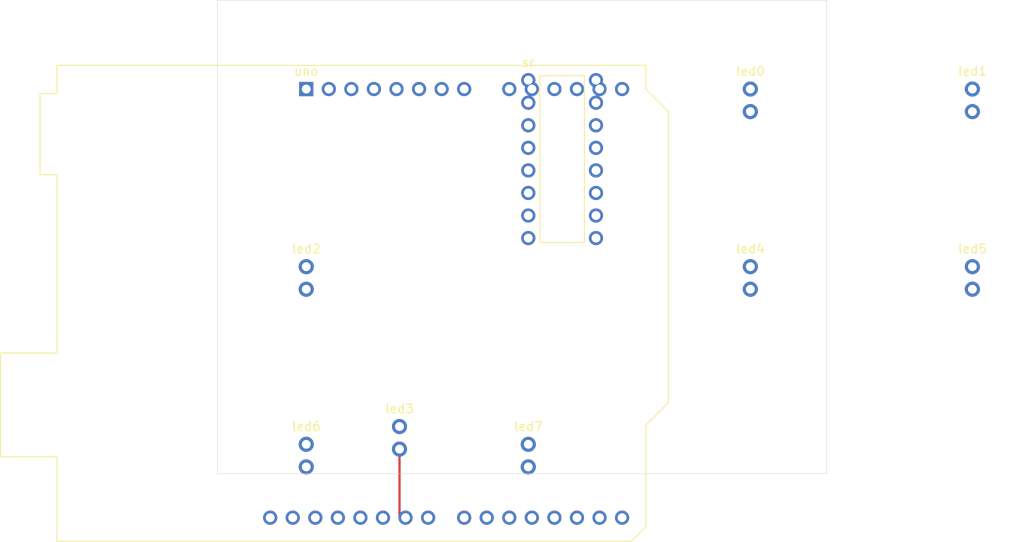
<source format=kicad_pcb>
(kicad_pcb (version 20240108) (generator sparkbench) (generator_version "1.0")
  (layers (0 F.Cu signal) (31 B.Cu signal) (36 B.SilkS user) (37 F.SilkS user) (38 B.Mask user) (39 F.Mask user) (44 Edge.Cuts user))
  (title_block (title "Sparkbench PCB Editor Alpha"))
  (net 0 "")
  (net 1 Net-1)
  (net 2 Net-2)
  (net 3 Net-3)
  (net 4 Net-4)
  (net 5 Net-5)
  (net 6 Net-6)
  (net 7 Net-7)
  (net 8 Net-8)
  (net 9 Net-9)
  (net 10 Net-10)
  (net 11 Net-11)
  (net 12 Net-12)
  (net 13 Net-13)
  (net 14 Net-14)
  (net 15 Net-15)
  (net 16 Net-16)
  (net 17 Net-17)
  (gr_line (start 0 0) (end 68.6 0) (layer Edge.Cuts) (stroke (width 0.05)))
  (gr_line (start 68.6 0) (end 68.6 53.3) (layer Edge.Cuts) (stroke (width 0.05)))
  (gr_line (start 68.6 53.3) (end 0 53.3) (layer Edge.Cuts) (stroke (width 0.05)))
  (gr_line (start 0 53.3) (end 0 0) (layer Edge.Cuts) (stroke (width 0.05)))
  (footprint Arduino-Uno-Shield (layer F.Cu) (at 10 10)
    (fp_text reference uno (at 0 -2) (layer F.SilkS))
    (fp_text value Arduino-Uno-Shield)
    (fp_line (start -34.42 29.72) (end -34.42 41.4) (layer F.SilkS) (stroke (width 0.12)))
    (fp_line (start -34.42 41.4) (end -28.07 41.4) (layer F.SilkS) (stroke (width 0.12)))
    (fp_line (start -29.97 0.51) (end -29.97 9.65) (layer F.SilkS) (stroke (width 0.12)))
    (fp_line (start -29.97 9.65) (end -28.07 9.65) (layer F.SilkS) (stroke (width 0.12)))
    (fp_line (start -28.07 -2.67) (end -28.07 0.51) (layer F.SilkS) (stroke (width 0.12)))
    (fp_line (start -28.07 0.51) (end -29.97 0.51) (layer F.SilkS) (stroke (width 0.12)))
    (fp_line (start -28.07 9.65) (end -28.07 29.72) (layer F.SilkS) (stroke (width 0.12)))
    (fp_line (start -28.07 29.72) (end -34.42 29.72) (layer F.SilkS) (stroke (width 0.12)))
    (fp_line (start -28.07 41.4) (end -28.07 50.93) (layer F.SilkS) (stroke (width 0.12)))
    (fp_line (start -28.07 50.93) (end 36.58 50.93) (layer F.SilkS) (stroke (width 0.12)))
    (fp_line (start 36.58 50.93) (end 38.23 49.28) (layer F.SilkS) (stroke (width 0.12)))
    (fp_line (start 38.23 -2.67) (end -28.07 -2.67) (layer F.SilkS) (stroke (width 0.12)))
    (fp_line (start 38.23 0) (end 38.23 -2.67) (layer F.SilkS) (stroke (width 0.12)))
    (fp_line (start 38.23 37.85) (end 40.77 35.31) (layer F.SilkS) (stroke (width 0.12)))
    (fp_line (start 38.23 49.28) (end 38.23 37.85) (layer F.SilkS) (stroke (width 0.12)))
    (fp_line (start 40.77 2.54) (end 38.23 0) (layer F.SilkS) (stroke (width 0.12)))
    (fp_line (start 40.77 35.31) (end 40.77 2.54) (layer F.SilkS) (stroke (width 0.12)))
    (pad uno:0 thru_hole rect (at 0 0) (size 1.6 1.6) (layers F.Cu B.Cu) (drill 1))
    (pad uno:1 thru_hole circle (at 2.54 0) (size 1.6 1.6) (layers F.Cu B.Cu) (drill 1))
    (pad uno:2 thru_hole circle (at 5.08 0) (size 1.6 1.6) (layers F.Cu B.Cu) (drill 1) (net 3 Net-3))
    (pad uno:3 thru_hole circle (at 7.62 0) (size 1.6 1.6) (layers F.Cu B.Cu) (drill 1) (net 2 Net-2))
    (pad uno:4 thru_hole circle (at 10.16 0) (size 1.6 1.6) (layers F.Cu B.Cu) (drill 1) (net 1 Net-1))
    (pad uno:5 thru_hole circle (at 12.7 0) (size 1.6 1.6) (layers F.Cu B.Cu) (drill 1))
    (pad uno:6 thru_hole circle (at 15.24 0) (size 1.6 1.6) (layers F.Cu B.Cu) (drill 1))
    (pad uno:7 thru_hole circle (at 17.78 0) (size 1.6 1.6) (layers F.Cu B.Cu) (drill 1))
    (pad uno:8 thru_hole circle (at 22.86 0) (size 1.6 1.6) (layers F.Cu B.Cu) (drill 1))
    (pad uno:9 thru_hole circle (at 25.4 0) (size 1.6 1.6) (layers F.Cu B.Cu) (drill 1))
    (pad uno:10 thru_hole circle (at 27.94 0) (size 1.6 1.6) (layers F.Cu B.Cu) (drill 1))
    (pad uno:11 thru_hole circle (at 30.48 0) (size 1.6 1.6) (layers F.Cu B.Cu) (drill 1))
    (pad uno:12 thru_hole circle (at 33.02 0) (size 1.6 1.6) (layers F.Cu B.Cu) (drill 1))
    (pad uno:13 thru_hole circle (at 35.56 0) (size 1.6 1.6) (layers F.Cu B.Cu) (drill 1))
    (pad uno:A0 thru_hole circle (at 35.56 48.26) (size 1.6 1.6) (layers F.Cu B.Cu) (drill 1))
    (pad uno:A1 thru_hole circle (at 33.02 48.26) (size 1.6 1.6) (layers F.Cu B.Cu) (drill 1))
    (pad uno:A2 thru_hole circle (at 30.48 48.26) (size 1.6 1.6) (layers F.Cu B.Cu) (drill 1))
    (pad uno:A3 thru_hole circle (at 27.94 48.26) (size 1.6 1.6) (layers F.Cu B.Cu) (drill 1))
    (pad uno:A4 thru_hole circle (at 25.4 48.26) (size 1.6 1.6) (layers F.Cu B.Cu) (drill 1) (net 16 Net-16))
    (pad uno:A5 thru_hole circle (at 22.86 48.26) (size 1.6 1.6) (layers F.Cu B.Cu) (drill 1) (net 17 Net-17))
    (pad uno:GND.1 thru_hole circle (at 20.32 48.26) (size 1.6 1.6) (layers F.Cu B.Cu) (drill 1) (net 5 Net-5))
    (pad uno:AREF thru_hole circle (at 17.78 48.26) (size 1.6 1.6) (layers F.Cu B.Cu) (drill 1))
    (pad uno:VIN thru_hole circle (at 13.72 48.26) (size 1.6 1.6) (layers F.Cu B.Cu) (drill 1))
    (pad uno:GND.2 thru_hole circle (at 11.18 48.26) (size 1.6 1.6) (layers F.Cu B.Cu) (drill 1) (net 14 Net-14))
    (pad uno:GND.3 thru_hole circle (at 8.64 48.26) (size 1.6 1.6) (layers F.Cu B.Cu) (drill 1) (net 15 Net-15))
    (pad uno:5V thru_hole circle (at 6.1 48.26) (size 1.6 1.6) (layers F.Cu B.Cu) (drill 1) (net 4 Net-4))
    (pad uno:3.3V thru_hole circle (at 3.56 48.26) (size 1.6 1.6) (layers F.Cu B.Cu) (drill 1))
    (pad uno:RESET thru_hole circle (at 1.02 48.26) (size 1.6 1.6) (layers F.Cu B.Cu) (drill 1))
    (pad uno:IOREF thru_hole circle (at -1.52 48.26) (size 1.6 1.6) (layers F.Cu B.Cu) (drill 1))
    (pad uno:NC thru_hole circle (at -4.06 48.26) (size 1.6 1.6) (layers F.Cu B.Cu) (drill 1))
  )
  (footprint DIP-16 (layer F.Cu) (at 35 9 0)
    (fp_text reference sr (at 0 -2) (layer F.SilkS))
    (fp_text value DIP-16)
    (fp_line (start 1.3 -0.5) (end 6.32 -0.5) (layer F.SilkS) (stroke (width 0.12)))
    (fp_line (start 6.32 -0.5) (end 6.32 18.28) (layer F.SilkS) (stroke (width 0.12)))
    (fp_line (start 6.32 18.28) (end 1.3 18.28) (layer F.SilkS) (stroke (width 0.12)))
    (fp_line (start 1.3 18.28) (end 1.3 -0.5) (layer F.SilkS) (stroke (width 0.12)))
    (pad sr:1 thru_hole circle (at 0 0) (size 1.6 1.6) (layers F.Cu B.Cu) (drill 1) (net 7 Net-7))
    (pad sr:16 thru_hole circle (at 7.62 0) (size 1.6 1.6) (layers F.Cu B.Cu) (drill 1) (net 4 Net-4))
    (pad sr:2 thru_hole circle (at 0 2.54) (size 1.6 1.6) (layers F.Cu B.Cu) (drill 1) (net 8 Net-8))
    (pad sr:15 thru_hole circle (at 7.62 2.54) (size 1.6 1.6) (layers F.Cu B.Cu) (drill 1) (net 6 Net-6))
    (pad sr:3 thru_hole circle (at 0 5.08) (size 1.6 1.6) (layers F.Cu B.Cu) (drill 1) (net 9 Net-9))
    (pad sr:14 thru_hole circle (at 7.62 5.08) (size 1.6 1.6) (layers F.Cu B.Cu) (drill 1) (net 1 Net-1))
    (pad sr:4 thru_hole circle (at 0 7.62) (size 1.6 1.6) (layers F.Cu B.Cu) (drill 1) (net 10 Net-10))
    (pad sr:13 thru_hole circle (at 7.62 7.62) (size 1.6 1.6) (layers F.Cu B.Cu) (drill 1) (net 5 Net-5))
    (pad sr:5 thru_hole circle (at 0 10.16) (size 1.6 1.6) (layers F.Cu B.Cu) (drill 1) (net 11 Net-11))
    (pad sr:12 thru_hole circle (at 7.62 10.16) (size 1.6 1.6) (layers F.Cu B.Cu) (drill 1) (net 3 Net-3))
    (pad sr:6 thru_hole circle (at 0 12.7) (size 1.6 1.6) (layers F.Cu B.Cu) (drill 1) (net 12 Net-12))
    (pad sr:11 thru_hole circle (at 7.62 12.7) (size 1.6 1.6) (layers F.Cu B.Cu) (drill 1) (net 2 Net-2))
    (pad sr:7 thru_hole circle (at 0 15.24) (size 1.6 1.6) (layers F.Cu B.Cu) (drill 1) (net 13 Net-13))
    (pad sr:10 thru_hole circle (at 7.62 15.24) (size 1.6 1.6) (layers F.Cu B.Cu) (drill 1) (net 4 Net-4))
    (pad sr:8 thru_hole circle (at 0 17.78) (size 1.6 1.6) (layers F.Cu B.Cu) (drill 1) (net 5 Net-5))
    (pad sr:9 thru_hole circle (at 7.62 17.78) (size 1.6 1.6) (layers F.Cu B.Cu) (drill 1))
  )
  (footprint LED-THT-3mm (layer F.Cu) (at 60 10)
    (fp_text reference led0 (at 0 -2) (layer F.SilkS))
    (fp_text value LED-THT-3mm)
    (pad led0:1 thru_hole circle (at 0 0) (size 1.7 1.7) (layers F.Cu B.Cu) (drill 1) (net 6 Net-6))
    (pad led0:2 thru_hole circle (at 0 2.54) (size 1.7 1.7) (layers F.Cu B.Cu) (drill 1) (net 14 Net-14))
  )
  (footprint LED-THT-3mm (layer F.Cu) (at 85 10)
    (fp_text reference led1 (at 0 -2) (layer F.SilkS))
    (fp_text value LED-THT-3mm)
    (pad led1:1 thru_hole circle (at 0 0) (size 1.7 1.7) (layers F.Cu B.Cu) (drill 1) (net 7 Net-7))
    (pad led1:2 thru_hole circle (at 0 2.54) (size 1.7 1.7) (layers F.Cu B.Cu) (drill 1) (net 14 Net-14))
  )
  (footprint LED-THT-3mm (layer F.Cu) (at 10 30)
    (fp_text reference led2 (at 0 -2) (layer F.SilkS))
    (fp_text value LED-THT-3mm)
    (pad led2:1 thru_hole circle (at 0 0) (size 1.7 1.7) (layers F.Cu B.Cu) (drill 1) (net 8 Net-8))
    (pad led2:2 thru_hole circle (at 0 2.54) (size 1.7 1.7) (layers F.Cu B.Cu) (drill 1) (net 14 Net-14))
  )
  (footprint LED-THT-3mm (layer F.Cu) (at 20.5 48 0)
    (fp_text reference led3 (at 0 -2) (layer F.SilkS))
    (fp_text value LED-THT-3mm)
    (pad led3:1 thru_hole circle (at 0 0) (size 1.7 1.7) (layers F.Cu B.Cu) (drill 1) (net 9 Net-9))
    (pad led3:2 thru_hole circle (at 0 2.54) (size 1.7 1.7) (layers F.Cu B.Cu) (drill 1) (net 14 Net-14))
  )
  (footprint LED-THT-3mm (layer F.Cu) (at 60 30)
    (fp_text reference led4 (at 0 -2) (layer F.SilkS))
    (fp_text value LED-THT-3mm)
    (pad led4:1 thru_hole circle (at 0 0) (size 1.7 1.7) (layers F.Cu B.Cu) (drill 1) (net 10 Net-10))
    (pad led4:2 thru_hole circle (at 0 2.54) (size 1.7 1.7) (layers F.Cu B.Cu) (drill 1) (net 15 Net-15))
  )
  (footprint LED-THT-3mm (layer F.Cu) (at 85 30)
    (fp_text reference led5 (at 0 -2) (layer F.SilkS))
    (fp_text value LED-THT-3mm)
    (pad led5:1 thru_hole circle (at 0 0) (size 1.7 1.7) (layers F.Cu B.Cu) (drill 1) (net 11 Net-11))
    (pad led5:2 thru_hole circle (at 0 2.54) (size 1.7 1.7) (layers F.Cu B.Cu) (drill 1) (net 15 Net-15))
  )
  (footprint LED-THT-3mm (layer F.Cu) (at 10 50)
    (fp_text reference led6 (at 0 -2) (layer F.SilkS))
    (fp_text value LED-THT-3mm)
    (pad led6:1 thru_hole circle (at 0 0) (size 1.7 1.7) (layers F.Cu B.Cu) (drill 1) (net 12 Net-12))
    (pad led6:2 thru_hole circle (at 0 2.54) (size 1.7 1.7) (layers F.Cu B.Cu) (drill 1) (net 15 Net-15))
  )
  (footprint LED-THT-3mm (layer F.Cu) (at 35 50)
    (fp_text reference led7 (at 0 -2) (layer F.SilkS))
    (fp_text value LED-THT-3mm)
    (pad led7:1 thru_hole circle (at 0 0) (size 1.7 1.7) (layers F.Cu B.Cu) (drill 1) (net 13 Net-13))
    (pad led7:2 thru_hole circle (at 0 2.54) (size 1.7 1.7) (layers F.Cu B.Cu) (drill 1) (net 15 Net-15))
  )
  (segment (start 21.2 58.3) (end 20.5 58.3) (width 0.25) (layer F.Cu) (net 14))
  (segment (start 20.5 58.3) (end 20.5 50.5) (width 0.25) (layer F.Cu) (net 14))
)
</source>
